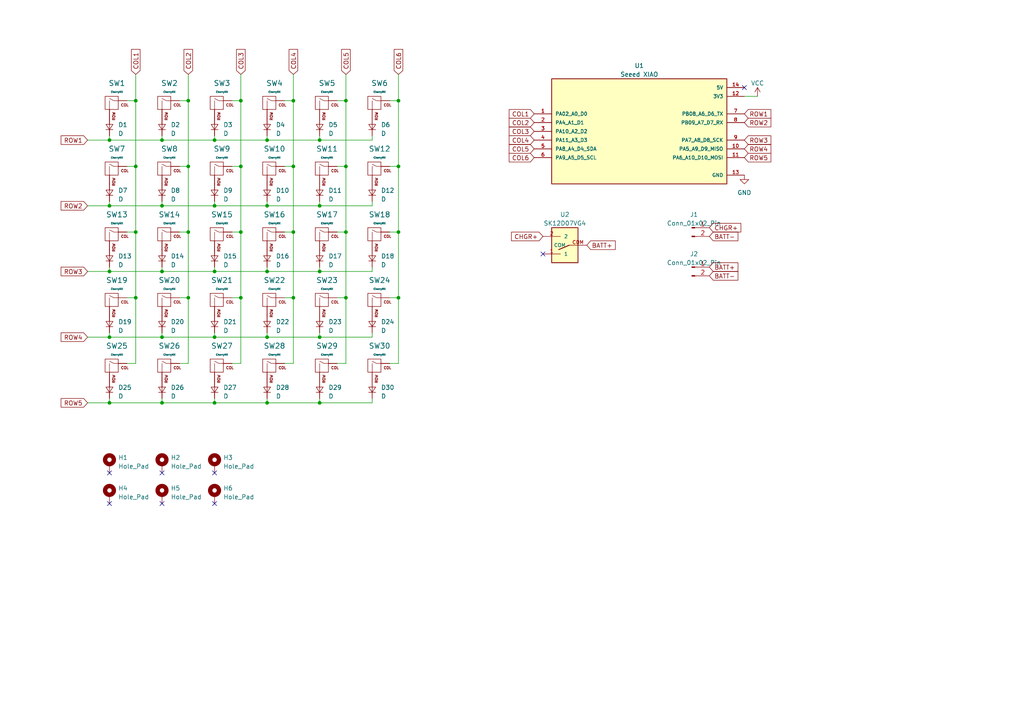
<source format=kicad_sch>
(kicad_sch (version 20230121) (generator eeschema)
  (paper "A4")
  (lib_symbols
    (symbol "Connector:Conn_01x02_Pin" (pin_names (offset 1.016) hide)
      (property "Reference" "J" (at 0 2.54 0))
      (property "Value" "Conn_01x02_Pin" (at 0 -5.08 0))
      (symbol "Conn_01x02_Pin_1_1"
        (polyline (pts (xy 1.27 -2.54) (xy 0.8636 -2.54)) (stroke (width 0.1524)))
        (polyline (pts (xy 1.27 0) (xy 0.8636 0)) (stroke (width 0.1524)))
        (rectangle (start 0.8636 -2.413) (end 0 -2.667) (stroke (width 0.1524)) (fill (type outline)))
        (rectangle (start 0.8636 0.127) (end 0 -0.127) (stroke (width 0.1524)) (fill (type outline)))
        (pin passive line (at 5.08 0 180) (length 3.81) (name "Pin_1") (number "1"))
        (pin passive line (at 5.08 -2.54 180) (length 3.81) (name "Pin_2") (number "2"))
      )
    )
    (symbol "power:GND" (power) (pin_names (offset 0))
      (property "Value" "GND" (at 0 -3.81 0))
      (symbol "GND_0_1"
        (polyline (pts (xy 0 0) (xy 0 -1.27) (xy 1.27 -1.27) (xy 0 -2.54) (xy -1.27 -1.27) (xy 0 -1.27)))
      )
      (symbol "GND_1_1"
        (pin power_in line (at 0 0 270) (length 0) hide (name "GND") (number "1"))
      )
    )
    (symbol "power:VCC" (power) (pin_names (offset 0))
      (property "Value" "VCC" (at 0 3.81 0))
      (symbol "VCC_0_1"
        (polyline (pts (xy -0.762 1.27) (xy 0 2.54)))
        (polyline (pts (xy 0 0) (xy 0 2.54)))
        (polyline (pts (xy 0 2.54) (xy 0.762 1.27)))
      )
      (symbol "VCC_1_1"
        (pin power_in line (at 0 0 90) (length 0) hide (name "VCC") (number "1"))
      )
    )
    (symbol "xiao_256:D" (pin_numbers hide) (pin_names (offset 0.254) hide)
      (property "Reference" "D" (at -1.27 2.032 0))
      (property "Value" "D" (at -1.27 -2.032 0))
      (symbol "D_0_1"
        (polyline (pts (xy -0.762 -1.016) (xy -0.762 1.016)))
        (polyline (pts (xy -0.762 0) (xy 0.762 0)))
        (polyline (pts (xy 0.762 -1.016) (xy -0.762 0) (xy 0.762 1.016) (xy 0.762 -1.016)))
      )
      (symbol "D_1_1"
        (pin passive line (at -2.54 0 0) (length 1.778) (name "K") (number "1"))
        (pin passive line (at 2.54 0 180) (length 1.778) (name "A") (number "2"))
      )
    )
    (symbol "xiao_256:GateronLP" (pin_names (offset 1.016))
      (property "Reference" "SW1" (at 0.8856 6.35 0))
      (property "Value" "GateronLP" (at 0.8856 5.08 0))
      (symbol "GateronLP_0_0"
        (rectangle (start -2.54 2.54) (end 1.27 -1.27))
        (polyline (pts (xy -1.27 -1.27) (xy -1.27 1.27)) (stroke (width 0.127)))
        (polyline (pts (xy 1.27 1.27) (xy 0 1.27) (xy -1.27 1.905)) (stroke (width 0.127)))
        (text "COL" (at 3.175 0 0) (effects (font (size 0.762 0.762))))
        (text "ROW" (at 0 -1.905 900) (effects (font (size 0.762 0.762)) (justify right)))
      )
      (symbol "GateronLP_1_1"
        (pin passive line (at 3.81 1.27 180) (length 2.54) (name "COL") (number "1"))
        (pin passive line (at -1.27 -3.81 90) (length 2.54) (name "ROW") (number "2"))
      )
    )
    (symbol "xiao_256:Hole_Pad" (pin_numbers hide) (pin_names (offset 1.016) hide)
      (property "Reference" "H" (at 0 6.35 0))
      (property "Value" "Hole_Pad" (at 0 4.445 0))
      (symbol "Hole_Pad_0_1"
        (circle (center 0 1.27) (radius 1.27) (stroke (width 1.27)))
      )
      (symbol "Hole_Pad_1_1"
        (pin input line (at 0 -2.54 90) (length 2.54) (name "1") (number "1"))
      )
    )
    (symbol "xiao_256:SK12D07VG4" (pin_names (offset 1.016))
      (property "Reference" "U" (at 0 0 0))
      (property "Value" "SK12D07VG4" (at 0 0 0))
      (symbol "SK12D07VG4_0_0"
        (rectangle (start -5.08 -2.54) (end 5.08 5.08) (stroke (width 0.254)) (fill (type background)))
        (polyline (pts (xy 0 0) (xy -1.27 3.048)) (stroke (width 0.254)))
        (pin bidirectional line (at -2.54 7.62 270) (length 5.08) (name "1") (number "1"))
        (pin bidirectional line (at 2.54 7.62 270) (length 5.08) (name "2") (number "2"))
        (pin bidirectional line (at 0 -5.08 90) (length 5.08) (name "COM") (number "COM"))
      )
    )
    (symbol "xiao_256:Seeed XIAO" (pin_names (offset 1.016))
      (property "Reference" "U" (at -25.4 16.002 0))
      (property "Value" "Seeed XIAO" (at -25.4 -17.78 0))
      (symbol "Seeed XIAO_0_0"
        (rectangle (start -25.4 15.24) (end 25.4 -15.24) (stroke (width 0.254)) (fill (type background)))
        (pin bidirectional line (at -30.48 5.08 0) (length 5.08) (name "PA02_A0_D0") (number "1"))
        (pin bidirectional line (at 30.48 -5.08 180) (length 5.08) (name "PA5_A9_D9_MISO") (number "10"))
        (pin bidirectional line (at 30.48 -7.62 180) (length 5.08) (name "PA6_A10_D10_MOSI") (number "11"))
        (pin power_in line (at 30.48 10.16 180) (length 5.08) (name "3V3") (number "12"))
        (pin power_in line (at 30.48 -12.7 180) (length 5.08) (name "GND") (number "13"))
        (pin power_in line (at 30.48 12.7 180) (length 5.08) (name "5V") (number "14"))
        (pin bidirectional line (at -30.48 2.54 0) (length 5.08) (name "PA4_A1_D1") (number "2"))
        (pin bidirectional line (at -30.48 0 0) (length 5.08) (name "PA10_A2_D2") (number "3"))
        (pin bidirectional line (at -30.48 -2.54 0) (length 5.08) (name "PA11_A3_D3") (number "4"))
        (pin bidirectional line (at -30.48 -5.08 0) (length 5.08) (name "PA8_A4_D4_SDA") (number "5"))
        (pin bidirectional line (at -30.48 -7.62 0) (length 5.08) (name "PA9_A5_D5_SCL") (number "6"))
        (pin bidirectional line (at 30.48 5.08 180) (length 5.08) (name "PB08_A6_D6_TX") (number "7"))
        (pin bidirectional line (at 30.48 2.54 180) (length 5.08) (name "PB09_A7_D7_RX") (number "8"))
        (pin bidirectional line (at 30.48 -2.54 180) (length 5.08) (name "PA7_A8_D8_SCK") (number "9"))
      )
    )
  )
  (junction (at 46.99 40.64))
  (junction (at 115.57 86.36))
  (junction (at 54.61 67.31))
  (junction (at 54.61 29.21))
  (junction (at 31.75 97.79))
  (junction (at 92.71 40.64))
  (junction (at 77.47 78.74))
  (junction (at 39.37 48.26))
  (junction (at 69.85 29.21))
  (junction (at 85.09 67.31))
  (junction (at 46.99 78.74))
  (junction (at 62.23 78.74))
  (junction (at 77.47 59.69))
  (junction (at 39.37 86.36))
  (junction (at 85.09 29.21))
  (junction (at 62.23 116.84))
  (junction (at 92.71 116.84))
  (junction (at 100.33 67.31))
  (junction (at 115.57 29.21))
  (junction (at 77.47 97.79))
  (junction (at 77.47 116.84))
  (junction (at 77.47 40.64))
  (junction (at 31.75 116.84))
  (junction (at 92.71 78.74))
  (junction (at 31.75 40.64))
  (junction (at 69.85 86.36))
  (junction (at 92.71 59.69))
  (junction (at 54.61 48.26))
  (junction (at 85.09 48.26))
  (junction (at 46.99 97.79))
  (junction (at 92.71 97.79))
  (junction (at 39.37 29.21))
  (junction (at 46.99 59.69))
  (junction (at 54.61 86.36))
  (junction (at 69.85 67.31))
  (junction (at 62.23 97.79))
  (junction (at 115.57 67.31))
  (junction (at 115.57 48.26))
  (junction (at 100.33 86.36))
  (junction (at 31.75 59.69))
  (junction (at 31.75 78.74))
  (junction (at 85.09 86.36))
  (junction (at 69.85 48.26))
  (junction (at 100.33 29.21))
  (junction (at 62.23 59.69))
  (junction (at 39.37 67.31))
  (junction (at 100.33 48.26))
  (junction (at 62.23 40.64))
  (junction (at 46.99 116.84))
  (no_connect (at 157.48 73.66))
  (no_connect (at 31.75 146.05))
  (no_connect (at 62.23 146.05))
  (no_connect (at 215.9 25.4))
  (no_connect (at 46.99 146.05))
  (no_connect (at 46.99 137.16))
  (no_connect (at 62.23 137.16))
  (no_connect (at 31.75 137.16))
  (wire (pts (xy 215.9 27.94) (xy 219.71 27.94)))
  (wire (pts (xy 31.75 40.64) (xy 31.75 39.37)))
  (wire (pts (xy 31.75 59.69) (xy 31.75 58.42)))
  (wire (pts (xy 46.99 59.69) (xy 46.99 58.42)))
  (wire (pts (xy 62.23 97.79) (xy 62.23 96.52)))
  (wire (pts (xy 115.57 105.41) (xy 113.03 105.41)))
  (wire (pts (xy 62.23 59.69) (xy 62.23 58.42)))
  (wire (pts (xy 77.47 78.74) (xy 77.47 77.47)))
  (wire (pts (xy 115.57 48.26) (xy 113.03 48.26)))
  (wire (pts (xy 62.23 59.69) (xy 77.47 59.69)))
  (wire (pts (xy 62.23 40.64) (xy 62.23 39.37)))
  (wire (pts (xy 62.23 78.74) (xy 77.47 78.74)))
  (wire (pts (xy 100.33 105.41) (xy 97.79 105.41)))
  (wire (pts (xy 85.09 67.31) (xy 85.09 86.36)))
  (wire (pts (xy 46.99 78.74) (xy 62.23 78.74)))
  (wire (pts (xy 85.09 86.36) (xy 85.09 105.41)))
  (wire (pts (xy 107.95 78.74) (xy 107.95 77.47)))
  (wire (pts (xy 46.99 59.69) (xy 62.23 59.69)))
  (wire (pts (xy 92.71 97.79) (xy 92.71 96.52)))
  (wire (pts (xy 69.85 105.41) (xy 67.31 105.41)))
  (wire (pts (xy 39.37 86.36) (xy 36.83 86.36)))
  (wire (pts (xy 77.47 59.69) (xy 77.47 58.42)))
  (wire (pts (xy 62.23 97.79) (xy 77.47 97.79)))
  (wire (pts (xy 69.85 48.26) (xy 67.31 48.26)))
  (wire (pts (xy 100.33 86.36) (xy 100.33 105.41)))
  (wire (pts (xy 107.95 59.69) (xy 107.95 58.42)))
  (wire (pts (xy 46.99 40.64) (xy 62.23 40.64)))
  (wire (pts (xy 85.09 48.26) (xy 85.09 67.31)))
  (wire (pts (xy 92.71 78.74) (xy 107.95 78.74)))
  (wire (pts (xy 92.71 78.74) (xy 92.71 77.47)))
  (wire (pts (xy 54.61 86.36) (xy 52.07 86.36)))
  (wire (pts (xy 77.47 116.84) (xy 77.47 115.57)))
  (wire (pts (xy 77.47 59.69) (xy 92.71 59.69)))
  (wire (pts (xy 39.37 48.26) (xy 36.83 48.26)))
  (wire (pts (xy 115.57 21.59) (xy 115.57 29.21)))
  (wire (pts (xy 92.71 40.64) (xy 107.95 40.64)))
  (wire (pts (xy 39.37 29.21) (xy 36.83 29.21)))
  (wire (pts (xy 25.4 97.79) (xy 31.75 97.79)))
  (wire (pts (xy 115.57 86.36) (xy 113.03 86.36)))
  (wire (pts (xy 100.33 86.36) (xy 97.79 86.36)))
  (wire (pts (xy 107.95 40.64) (xy 107.95 39.37)))
  (wire (pts (xy 39.37 21.59) (xy 39.37 29.21)))
  (wire (pts (xy 77.47 78.74) (xy 92.71 78.74)))
  (wire (pts (xy 77.47 40.64) (xy 77.47 39.37)))
  (wire (pts (xy 107.95 116.84) (xy 107.95 115.57)))
  (wire (pts (xy 62.23 40.64) (xy 77.47 40.64)))
  (wire (pts (xy 69.85 48.26) (xy 69.85 67.31)))
  (wire (pts (xy 31.75 97.79) (xy 31.75 96.52)))
  (wire (pts (xy 115.57 86.36) (xy 115.57 105.41)))
  (wire (pts (xy 115.57 67.31) (xy 115.57 86.36)))
  (wire (pts (xy 100.33 67.31) (xy 100.33 86.36)))
  (wire (pts (xy 31.75 40.64) (xy 46.99 40.64)))
  (wire (pts (xy 69.85 67.31) (xy 67.31 67.31)))
  (wire (pts (xy 31.75 116.84) (xy 31.75 115.57)))
  (wire (pts (xy 54.61 21.59) (xy 54.61 29.21)))
  (wire (pts (xy 54.61 86.36) (xy 54.61 105.41)))
  (wire (pts (xy 85.09 21.59) (xy 85.09 29.21)))
  (wire (pts (xy 69.85 21.59) (xy 69.85 29.21)))
  (wire (pts (xy 31.75 78.74) (xy 31.75 77.47)))
  (wire (pts (xy 100.33 29.21) (xy 100.33 48.26)))
  (wire (pts (xy 92.71 116.84) (xy 92.71 115.57)))
  (wire (pts (xy 69.85 29.21) (xy 67.31 29.21)))
  (wire (pts (xy 54.61 48.26) (xy 52.07 48.26)))
  (wire (pts (xy 85.09 29.21) (xy 85.09 48.26)))
  (wire (pts (xy 46.99 97.79) (xy 46.99 96.52)))
  (wire (pts (xy 77.47 97.79) (xy 77.47 96.52)))
  (wire (pts (xy 54.61 67.31) (xy 52.07 67.31)))
  (wire (pts (xy 69.85 67.31) (xy 69.85 86.36)))
  (wire (pts (xy 115.57 29.21) (xy 113.03 29.21)))
  (wire (pts (xy 31.75 116.84) (xy 46.99 116.84)))
  (wire (pts (xy 92.71 116.84) (xy 107.95 116.84)))
  (wire (pts (xy 46.99 116.84) (xy 62.23 116.84)))
  (wire (pts (xy 92.71 59.69) (xy 107.95 59.69)))
  (wire (pts (xy 62.23 78.74) (xy 62.23 77.47)))
  (wire (pts (xy 54.61 29.21) (xy 52.07 29.21)))
  (wire (pts (xy 31.75 78.74) (xy 46.99 78.74)))
  (wire (pts (xy 100.33 67.31) (xy 97.79 67.31)))
  (wire (pts (xy 115.57 29.21) (xy 115.57 48.26)))
  (wire (pts (xy 77.47 97.79) (xy 92.71 97.79)))
  (wire (pts (xy 31.75 59.69) (xy 46.99 59.69)))
  (wire (pts (xy 25.4 40.64) (xy 31.75 40.64)))
  (wire (pts (xy 92.71 97.79) (xy 107.95 97.79)))
  (wire (pts (xy 115.57 67.31) (xy 113.03 67.31)))
  (wire (pts (xy 54.61 105.41) (xy 52.07 105.41)))
  (wire (pts (xy 54.61 48.26) (xy 54.61 67.31)))
  (wire (pts (xy 25.4 78.74) (xy 31.75 78.74)))
  (wire (pts (xy 92.71 59.69) (xy 92.71 58.42)))
  (wire (pts (xy 100.33 48.26) (xy 97.79 48.26)))
  (wire (pts (xy 69.85 86.36) (xy 67.31 86.36)))
  (wire (pts (xy 115.57 48.26) (xy 115.57 67.31)))
  (wire (pts (xy 39.37 86.36) (xy 39.37 105.41)))
  (wire (pts (xy 25.4 116.84) (xy 31.75 116.84)))
  (wire (pts (xy 107.95 97.79) (xy 107.95 96.52)))
  (wire (pts (xy 39.37 29.21) (xy 39.37 48.26)))
  (wire (pts (xy 39.37 105.41) (xy 36.83 105.41)))
  (wire (pts (xy 69.85 29.21) (xy 69.85 48.26)))
  (wire (pts (xy 100.33 48.26) (xy 100.33 67.31)))
  (wire (pts (xy 54.61 29.21) (xy 54.61 48.26)))
  (wire (pts (xy 77.47 40.64) (xy 92.71 40.64)))
  (wire (pts (xy 39.37 67.31) (xy 36.83 67.31)))
  (wire (pts (xy 85.09 67.31) (xy 82.55 67.31)))
  (wire (pts (xy 46.99 78.74) (xy 46.99 77.47)))
  (wire (pts (xy 100.33 29.21) (xy 97.79 29.21)))
  (wire (pts (xy 92.71 40.64) (xy 92.71 39.37)))
  (wire (pts (xy 39.37 67.31) (xy 39.37 86.36)))
  (wire (pts (xy 46.99 116.84) (xy 46.99 115.57)))
  (wire (pts (xy 39.37 48.26) (xy 39.37 67.31)))
  (wire (pts (xy 46.99 97.79) (xy 62.23 97.79)))
  (wire (pts (xy 85.09 86.36) (xy 82.55 86.36)))
  (wire (pts (xy 69.85 86.36) (xy 69.85 105.41)))
  (wire (pts (xy 62.23 116.84) (xy 77.47 116.84)))
  (wire (pts (xy 54.61 67.31) (xy 54.61 86.36)))
  (wire (pts (xy 85.09 105.41) (xy 82.55 105.41)))
  (wire (pts (xy 77.47 116.84) (xy 92.71 116.84)))
  (wire (pts (xy 25.4 59.69) (xy 31.75 59.69)))
  (wire (pts (xy 46.99 40.64) (xy 46.99 39.37)))
  (wire (pts (xy 85.09 48.26) (xy 82.55 48.26)))
  (wire (pts (xy 31.75 97.79) (xy 46.99 97.79)))
  (wire (pts (xy 62.23 116.84) (xy 62.23 115.57)))
  (wire (pts (xy 85.09 29.21) (xy 82.55 29.21)))
  (wire (pts (xy 100.33 21.59) (xy 100.33 29.21)))
  (global_label "COL1" (shape input) (at 39.37 21.59 90) (property "Intersheetrefs" "${INTERSHEET_REFS}" (effects hide)))
  (global_label "COL5" (shape input) (at 154.94 43.18 180) (property "Intersheetrefs" "${INTERSHEET_REFS}" (effects hide)))
  (global_label "BATT-" (shape input) (at 205.74 80.01 0) (property "Intersheetrefs" "${INTERSHEET_REFS}" (effects hide)))
  (global_label "BATT-" (shape input) (at 205.74 68.58 0) (property "Intersheetrefs" "${INTERSHEET_REFS}" (effects hide)))
  (global_label "ROW2" (shape input) (at 25.4 59.69 180) (property "Intersheetrefs" "${INTERSHEET_REFS}" (effects hide)))
  (global_label "BATT+" (shape input) (at 170.18 71.12 0) (property "Intersheetrefs" "${INTERSHEET_REFS}" (effects hide)))
  (global_label "ROW1" (shape input) (at 215.9 33.02 0) (property "Intersheetrefs" "${INTERSHEET_REFS}" (effects hide)))
  (global_label "ROW3" (shape input) (at 25.4 78.74 180) (property "Intersheetrefs" "${INTERSHEET_REFS}" (effects hide)))
  (global_label "COL4" (shape input) (at 85.09 21.59 90) (property "Intersheetrefs" "${INTERSHEET_REFS}" (effects hide)))
  (global_label "COL6" (shape input) (at 154.94 45.72 180) (property "Intersheetrefs" "${INTERSHEET_REFS}" (effects hide)))
  (global_label "ROW5" (shape input) (at 25.4 116.84 180) (property "Intersheetrefs" "${INTERSHEET_REFS}" (effects hide)))
  (global_label "COL5" (shape input) (at 100.33 21.59 90) (property "Intersheetrefs" "${INTERSHEET_REFS}" (effects hide)))
  (global_label "ROW4" (shape input) (at 215.9 43.18 0) (property "Intersheetrefs" "${INTERSHEET_REFS}" (effects hide)))
  (global_label "COL4" (shape input) (at 154.94 40.64 180) (property "Intersheetrefs" "${INTERSHEET_REFS}" (effects hide)))
  (global_label "BATT+" (shape input) (at 205.74 77.47 0) (property "Intersheetrefs" "${INTERSHEET_REFS}" (effects hide)))
  (global_label "COL3" (shape input) (at 154.94 38.1 180) (property "Intersheetrefs" "${INTERSHEET_REFS}" (effects hide)))
  (global_label "ROW2" (shape input) (at 215.9 35.56 0) (property "Intersheetrefs" "${INTERSHEET_REFS}" (effects hide)))
  (global_label "CHGR+" (shape input) (at 205.74 66.04 0) (property "Intersheetrefs" "${INTERSHEET_REFS}" (effects hide)))
  (global_label "COL1" (shape input) (at 154.94 33.02 180) (property "Intersheetrefs" "${INTERSHEET_REFS}" (effects hide)))
  (global_label "ROW3" (shape input) (at 215.9 40.64 0) (property "Intersheetrefs" "${INTERSHEET_REFS}" (effects hide)))
  (global_label "ROW4" (shape input) (at 25.4 97.79 180) (property "Intersheetrefs" "${INTERSHEET_REFS}" (effects hide)))
  (global_label "ROW1" (shape input) (at 25.4 40.64 180) (property "Intersheetrefs" "${INTERSHEET_REFS}" (effects hide)))
  (global_label "ROW5" (shape input) (at 215.9 45.72 0) (property "Intersheetrefs" "${INTERSHEET_REFS}" (effects hide)))
  (global_label "COL2" (shape input) (at 54.61 21.59 90) (property "Intersheetrefs" "${INTERSHEET_REFS}" (effects hide)))
  (global_label "COL3" (shape input) (at 69.85 21.59 90) (property "Intersheetrefs" "${INTERSHEET_REFS}" (effects hide)))
  (global_label "COL6" (shape input) (at 115.57 21.59 90) (property "Intersheetrefs" "${INTERSHEET_REFS}" (effects hide)))
  (global_label "COL2" (shape input) (at 154.94 35.56 180) (property "Intersheetrefs" "${INTERSHEET_REFS}" (effects hide)))
  (global_label "CHGR+" (shape input) (at 157.48 68.58 180) (property "Intersheetrefs" "${INTERSHEET_REFS}" (effects hide)))
  (symbol (lib_id "xiao_256:GateronLP") (at 78.74 106.68 0) (unit 1)
    (property "Reference" "SW28" (at 79.6232 100.33 0) (effects (font (size 1.524 1.524))))
    (property "Value" "CherryMX" (at 79.6232 102.87 0) (effects (font (size 0.508 0.508))))
    (property "Footprint" "xiao_256:SW_MX_reversible" (effects hide))
  )
  (symbol (lib_id "xiao_256:D") (at 46.99 55.88 90) (unit 1)
    (property "Reference" "D8" (at 49.53 55.245 90) (effects (justify right)))
    (property "Value" "D" (at 49.53 57.785 90) (effects (justify right)))
    (property "Footprint" "xiao_256:D_DO-35_SOD27_P7.62mm_Horizontal" (effects hide))
  )
  (symbol (lib_id "xiao_256:D") (at 107.95 55.88 90) (unit 1)
    (property "Reference" "D12" (at 110.49 55.245 90) (effects (justify right)))
    (property "Value" "D" (at 110.49 57.785 90) (effects (justify right)))
    (property "Footprint" "xiao_256:D_DO-35_SOD27_P7.62mm_Horizontal" (effects hide))
  )
  (symbol (lib_id "xiao_256:D") (at 62.23 113.03 90) (unit 1)
    (property "Reference" "D27" (at 64.77 112.395 90) (effects (justify right)))
    (property "Value" "D" (at 64.77 114.935 90) (effects (justify right)))
    (property "Footprint" "xiao_256:D_DO-35_SOD27_P7.62mm_Horizontal" (effects hide))
  )
  (symbol (lib_id "xiao_256:GateronLP") (at 78.74 87.63 0) (unit 1)
    (property "Reference" "SW22" (at 79.6232 81.28 0) (effects (font (size 1.524 1.524))))
    (property "Value" "CherryMX" (at 79.6232 83.82 0) (effects (font (size 0.508 0.508))))
    (property "Footprint" "xiao_256:SW_MX_reversible" (effects hide))
  )
  (symbol (lib_id "xiao_256:D") (at 46.99 36.83 90) (unit 1)
    (property "Reference" "D2" (at 49.53 36.195 90) (effects (justify right)))
    (property "Value" "D" (at 49.53 38.735 90) (effects (justify right)))
    (property "Footprint" "xiao_256:D_DO-35_SOD27_P7.62mm_Horizontal" (effects hide))
  )
  (symbol (lib_id "xiao_256:GateronLP") (at 33.02 30.48 0) (unit 1)
    (property "Reference" "SW1" (at 33.9032 24.13 0) (effects (font (size 1.524 1.524))))
    (property "Value" "CherryMX" (at 33.9032 26.67 0) (effects (font (size 0.508 0.508))))
    (property "Footprint" "xiao_256:SW_MX_reversible" (effects hide))
  )
  (symbol (lib_id "xiao_256:GateronLP") (at 33.02 68.58 0) (unit 1)
    (property "Reference" "SW13" (at 33.9032 62.23 0) (effects (font (size 1.524 1.524))))
    (property "Value" "CherryMX" (at 33.9032 64.77 0) (effects (font (size 0.508 0.508))))
    (property "Footprint" "xiao_256:SW_MX_reversible" (effects hide))
  )
  (symbol (lib_id "xiao_256:GateronLP") (at 48.26 68.58 0) (unit 1)
    (property "Reference" "SW14" (at 49.1432 62.23 0) (effects (font (size 1.524 1.524))))
    (property "Value" "CherryMX" (at 49.1432 64.77 0) (effects (font (size 0.508 0.508))))
    (property "Footprint" "xiao_256:SW_MX_reversible" (effects hide))
  )
  (symbol (lib_id "xiao_256:D") (at 92.71 113.03 90) (unit 1)
    (property "Reference" "D29" (at 95.25 112.395 90) (effects (justify right)))
    (property "Value" "D" (at 95.25 114.935 90) (effects (justify right)))
    (property "Footprint" "xiao_256:D_DO-35_SOD27_P7.62mm_Horizontal" (effects hide))
  )
  (symbol (lib_id "xiao_256:D") (at 92.71 93.98 90) (unit 1)
    (property "Reference" "D23" (at 95.25 93.345 90) (effects (justify right)))
    (property "Value" "D" (at 95.25 95.885 90) (effects (justify right)))
    (property "Footprint" "xiao_256:D_DO-35_SOD27_P7.62mm_Horizontal" (effects hide))
  )
  (symbol (lib_id "xiao_256:GateronLP") (at 63.5 68.58 0) (unit 1)
    (property "Reference" "SW15" (at 64.3832 62.23 0) (effects (font (size 1.524 1.524))))
    (property "Value" "CherryMX" (at 64.3832 64.77 0) (effects (font (size 0.508 0.508))))
    (property "Footprint" "xiao_256:SW_MX_reversible" (effects hide))
  )
  (symbol (lib_id "xiao_256:D") (at 46.99 74.93 90) (unit 1)
    (property "Reference" "D14" (at 49.53 74.295 90) (effects (justify right)))
    (property "Value" "D" (at 49.53 76.835 90) (effects (justify right)))
    (property "Footprint" "xiao_256:D_DO-35_SOD27_P7.62mm_Horizontal" (effects hide))
  )
  (symbol (lib_id "xiao_256:GateronLP") (at 109.22 49.53 0) (unit 1)
    (property "Reference" "SW12" (at 110.1032 43.18 0) (effects (font (size 1.524 1.524))))
    (property "Value" "CherryMX" (at 110.1032 45.72 0) (effects (font (size 0.508 0.508))))
    (property "Footprint" "xiao_256:SW_MX_reversible" (effects hide))
  )
  (symbol (lib_id "xiao_256:D") (at 46.99 93.98 90) (unit 1)
    (property "Reference" "D20" (at 49.53 93.345 90) (effects (justify right)))
    (property "Value" "D" (at 49.53 95.885 90) (effects (justify right)))
    (property "Footprint" "xiao_256:D_DO-35_SOD27_P7.62mm_Horizontal" (effects hide))
  )
  (symbol (lib_id "xiao_256:SK12D07VG4") (at 165.1 71.12 90) (unit 1)
    (property "Reference" "U2" (at 163.83 62.23 90))
    (property "Value" "SK12D07VG4" (at 163.83 64.77 90))
    (property "Footprint" "xiao_256:SK12D07VG4" (effects hide))
  )
  (symbol (lib_id "xiao_256:D") (at 31.75 36.83 90) (unit 1)
    (property "Reference" "D1" (at 34.29 36.195 90) (effects (justify right)))
    (property "Value" "D" (at 34.29 38.735 90) (effects (justify right)))
    (property "Footprint" "xiao_256:D_DO-35_SOD27_P7.62mm_Horizontal" (effects hide))
  )
  (symbol (lib_id "xiao_256:D") (at 92.71 74.93 90) (unit 1)
    (property "Reference" "D17" (at 95.25 74.295 90) (effects (justify right)))
    (property "Value" "D" (at 95.25 76.835 90) (effects (justify right)))
    (property "Footprint" "xiao_256:D_DO-35_SOD27_P7.62mm_Horizontal" (effects hide))
  )
  (symbol (lib_id "xiao_256:D") (at 62.23 55.88 90) (unit 1)
    (property "Reference" "D9" (at 64.77 55.245 90) (effects (justify right)))
    (property "Value" "D" (at 64.77 57.785 90) (effects (justify right)))
    (property "Footprint" "xiao_256:D_DO-35_SOD27_P7.62mm_Horizontal" (effects hide))
  )
  (symbol (lib_id "xiao_256:GateronLP") (at 33.02 106.68 0) (unit 1)
    (property "Reference" "SW25" (at 33.9032 100.33 0) (effects (font (size 1.524 1.524))))
    (property "Value" "CherryMX" (at 33.9032 102.87 0) (effects (font (size 0.508 0.508))))
    (property "Footprint" "xiao_256:SW_MX_reversible" (effects hide))
  )
  (symbol (lib_id "xiao_256:Hole_Pad") (at 46.99 143.51 0) (unit 1)
    (property "Reference" "H5" (at 49.53 141.605 0) (effects (justify left)))
    (property "Value" "Hole_Pad" (at 49.53 144.145 0) (effects (justify left)))
    (property "Footprint" "xiao_256:Mount_M2" (effects hide))
  )
  (symbol (lib_id "xiao_256:D") (at 62.23 93.98 90) (unit 1)
    (property "Reference" "D21" (at 64.77 93.345 90) (effects (justify right)))
    (property "Value" "D" (at 64.77 95.885 90) (effects (justify right)))
    (property "Footprint" "xiao_256:D_DO-35_SOD27_P7.62mm_Horizontal" (effects hide))
  )
  (symbol (lib_id "power:GND") (at 215.9 50.8 0) (unit 1)
    (property "Reference" "#PWR01" (effects hide))
    (property "Value" "GND" (at 215.9 55.88 0))
  )
  (symbol (lib_id "xiao_256:D") (at 62.23 74.93 90) (unit 1)
    (property "Reference" "D15" (at 64.77 74.295 90) (effects (justify right)))
    (property "Value" "D" (at 64.77 76.835 90) (effects (justify right)))
    (property "Footprint" "xiao_256:D_DO-35_SOD27_P7.62mm_Horizontal" (effects hide))
  )
  (symbol (lib_id "xiao_256:GateronLP") (at 109.22 87.63 0) (unit 1)
    (property "Reference" "SW24" (at 110.1032 81.28 0) (effects (font (size 1.524 1.524))))
    (property "Value" "CherryMX" (at 110.1032 83.82 0) (effects (font (size 0.508 0.508))))
    (property "Footprint" "xiao_256:SW_MX_reversible" (effects hide))
  )
  (symbol (lib_id "xiao_256:GateronLP") (at 109.22 68.58 0) (unit 1)
    (property "Reference" "SW18" (at 110.1032 62.23 0) (effects (font (size 1.524 1.524))))
    (property "Value" "CherryMX" (at 110.1032 64.77 0) (effects (font (size 0.508 0.508))))
    (property "Footprint" "xiao_256:SW_MX_reversible" (effects hide))
  )
  (symbol (lib_id "Connector:Conn_01x02_Pin") (at 200.66 77.47 0) (unit 1)
    (property "Reference" "J2" (at 201.295 73.66 0))
    (property "Value" "Conn_01x02_Pin" (at 201.295 76.2 0))
    (property "Footprint" "xiao_256:PinHeader_1x02_P2.54mm_Vertical" (effects hide))
  )
  (symbol (lib_id "xiao_256:D") (at 46.99 113.03 90) (unit 1)
    (property "Reference" "D26" (at 49.53 112.395 90) (effects (justify right)))
    (property "Value" "D" (at 49.53 114.935 90) (effects (justify right)))
    (property "Footprint" "xiao_256:D_DO-35_SOD27_P7.62mm_Horizontal" (effects hide))
  )
  (symbol (lib_id "Connector:Conn_01x02_Pin") (at 200.66 66.04 0) (unit 1)
    (property "Reference" "J1" (at 201.295 62.23 0))
    (property "Value" "Conn_01x02_Pin" (at 201.295 64.77 0))
    (property "Footprint" "xiao_256:PinHeader_1x02_P2.54mm_Vertical" (effects hide))
  )
  (symbol (lib_id "xiao_256:GateronLP") (at 93.98 87.63 0) (unit 1)
    (property "Reference" "SW23" (at 94.8632 81.28 0) (effects (font (size 1.524 1.524))))
    (property "Value" "CherryMX" (at 94.8632 83.82 0) (effects (font (size 0.508 0.508))))
    (property "Footprint" "xiao_256:SW_MX_reversible" (effects hide))
  )
  (symbol (lib_id "xiao_256:D") (at 77.47 93.98 90) (unit 1)
    (property "Reference" "D22" (at 80.01 93.345 90) (effects (justify right)))
    (property "Value" "D" (at 80.01 95.885 90) (effects (justify right)))
    (property "Footprint" "xiao_256:D_DO-35_SOD27_P7.62mm_Horizontal" (effects hide))
  )
  (symbol (lib_id "xiao_256:GateronLP") (at 93.98 68.58 0) (unit 1)
    (property "Reference" "SW17" (at 94.8632 62.23 0) (effects (font (size 1.524 1.524))))
    (property "Value" "CherryMX" (at 94.8632 64.77 0) (effects (font (size 0.508 0.508))))
    (property "Footprint" "xiao_256:SW_MX_reversible" (effects hide))
  )
  (symbol (lib_id "xiao_256:D") (at 77.47 36.83 90) (unit 1)
    (property "Reference" "D4" (at 80.01 36.195 90) (effects (justify right)))
    (property "Value" "D" (at 80.01 38.735 90) (effects (justify right)))
    (property "Footprint" "xiao_256:D_DO-35_SOD27_P7.62mm_Horizontal" (effects hide))
  )
  (symbol (lib_id "xiao_256:GateronLP") (at 78.74 49.53 0) (unit 1)
    (property "Reference" "SW10" (at 79.6232 43.18 0) (effects (font (size 1.524 1.524))))
    (property "Value" "CherryMX" (at 79.6232 45.72 0) (effects (font (size 0.508 0.508))))
    (property "Footprint" "xiao_256:SW_MX_reversible" (effects hide))
  )
  (symbol (lib_id "xiao_256:GateronLP") (at 109.22 106.68 0) (unit 1)
    (property "Reference" "SW30" (at 110.1032 100.33 0) (effects (font (size 1.524 1.524))))
    (property "Value" "CherryMX" (at 110.1032 102.87 0) (effects (font (size 0.508 0.508))))
    (property "Footprint" "xiao_256:SW_MX_reversible" (effects hide))
  )
  (symbol (lib_id "xiao_256:GateronLP") (at 48.26 30.48 0) (unit 1)
    (property "Reference" "SW2" (at 49.1432 24.13 0) (effects (font (size 1.524 1.524))))
    (property "Value" "CherryMX" (at 49.1432 26.67 0) (effects (font (size 0.508 0.508))))
    (property "Footprint" "xiao_256:SW_MX_reversible" (effects hide))
  )
  (symbol (lib_id "xiao_256:Hole_Pad") (at 31.75 143.51 0) (unit 1)
    (property "Reference" "H4" (at 34.29 141.605 0) (effects (justify left)))
    (property "Value" "Hole_Pad" (at 34.29 144.145 0) (effects (justify left)))
    (property "Footprint" "xiao_256:Mount_M2" (effects hide))
  )
  (symbol (lib_id "xiao_256:D") (at 31.75 93.98 90) (unit 1)
    (property "Reference" "D19" (at 34.29 93.345 90) (effects (justify right)))
    (property "Value" "D" (at 34.29 95.885 90) (effects (justify right)))
    (property "Footprint" "xiao_256:D_DO-35_SOD27_P7.62mm_Horizontal" (effects hide))
  )
  (symbol (lib_id "xiao_256:GateronLP") (at 78.74 30.48 0) (unit 1)
    (property "Reference" "SW4" (at 79.6232 24.13 0) (effects (font (size 1.524 1.524))))
    (property "Value" "CherryMX" (at 79.6232 26.67 0) (effects (font (size 0.508 0.508))))
    (property "Footprint" "xiao_256:SW_MX_reversible" (effects hide))
  )
  (symbol (lib_id "xiao_256:D") (at 107.95 36.83 90) (unit 1)
    (property "Reference" "D6" (at 110.49 36.195 90) (effects (justify right)))
    (property "Value" "D" (at 110.49 38.735 90) (effects (justify right)))
    (property "Footprint" "xiao_256:D_DO-35_SOD27_P7.62mm_Horizontal" (effects hide))
  )
  (symbol (lib_id "xiao_256:GateronLP") (at 48.26 106.68 0) (unit 1)
    (property "Reference" "SW26" (at 49.1432 100.33 0) (effects (font (size 1.524 1.524))))
    (property "Value" "CherryMX" (at 49.1432 102.87 0) (effects (font (size 0.508 0.508))))
    (property "Footprint" "xiao_256:SW_MX_reversible" (effects hide))
  )
  (symbol (lib_id "xiao_256:D") (at 92.71 55.88 90) (unit 1)
    (property "Reference" "D11" (at 95.25 55.245 90) (effects (justify right)))
    (property "Value" "D" (at 95.25 57.785 90) (effects (justify right)))
    (property "Footprint" "xiao_256:D_DO-35_SOD27_P7.62mm_Horizontal" (effects hide))
  )
  (symbol (lib_id "xiao_256:D") (at 31.75 113.03 90) (unit 1)
    (property "Reference" "D25" (at 34.29 112.395 90) (effects (justify right)))
    (property "Value" "D" (at 34.29 114.935 90) (effects (justify right)))
    (property "Footprint" "xiao_256:D_DO-35_SOD27_P7.62mm_Horizontal" (effects hide))
  )
  (symbol (lib_id "xiao_256:D") (at 77.47 74.93 90) (unit 1)
    (property "Reference" "D16" (at 80.01 74.295 90) (effects (justify right)))
    (property "Value" "D" (at 80.01 76.835 90) (effects (justify right)))
    (property "Footprint" "xiao_256:D_DO-35_SOD27_P7.62mm_Horizontal" (effects hide))
  )
  (symbol (lib_id "xiao_256:D") (at 107.95 113.03 90) (unit 1)
    (property "Reference" "D30" (at 110.49 112.395 90) (effects (justify right)))
    (property "Value" "D" (at 110.49 114.935 90) (effects (justify right)))
    (property "Footprint" "xiao_256:D_DO-35_SOD27_P7.62mm_Horizontal" (effects hide))
  )
  (symbol (lib_id "power:VCC") (at 219.71 27.94 0) (unit 1)
    (property "Reference" "#PWR02" (effects hide))
    (property "Value" "VCC" (at 219.71 24.13 0))
  )
  (symbol (lib_id "xiao_256:GateronLP") (at 48.26 87.63 0) (unit 1)
    (property "Reference" "SW20" (at 49.1432 81.28 0) (effects (font (size 1.524 1.524))))
    (property "Value" "CherryMX" (at 49.1432 83.82 0) (effects (font (size 0.508 0.508))))
    (property "Footprint" "xiao_256:SW_MX_reversible" (effects hide))
  )
  (symbol (lib_id "xiao_256:GateronLP") (at 78.74 68.58 0) (unit 1)
    (property "Reference" "SW16" (at 79.6232 62.23 0) (effects (font (size 1.524 1.524))))
    (property "Value" "CherryMX" (at 79.6232 64.77 0) (effects (font (size 0.508 0.508))))
    (property "Footprint" "xiao_256:SW_MX_reversible" (effects hide))
  )
  (symbol (lib_id "xiao_256:GateronLP") (at 63.5 87.63 0) (unit 1)
    (property "Reference" "SW21" (at 64.3832 81.28 0) (effects (font (size 1.524 1.524))))
    (property "Value" "CherryMX" (at 64.3832 83.82 0) (effects (font (size 0.508 0.508))))
    (property "Footprint" "xiao_256:SW_MX_reversible" (effects hide))
  )
  (symbol (lib_id "xiao_256:D") (at 107.95 74.93 90) (unit 1)
    (property "Reference" "D18" (at 110.49 74.295 90) (effects (justify right)))
    (property "Value" "D" (at 110.49 76.835 90) (effects (justify right)))
    (property "Footprint" "xiao_256:D_DO-35_SOD27_P7.62mm_Horizontal" (effects hide))
  )
  (symbol (lib_id "xiao_256:GateronLP") (at 63.5 49.53 0) (unit 1)
    (property "Reference" "SW9" (at 64.3832 43.18 0) (effects (font (size 1.524 1.524))))
    (property "Value" "CherryMX" (at 64.3832 45.72 0) (effects (font (size 0.508 0.508))))
    (property "Footprint" "xiao_256:SW_MX_reversible" (effects hide))
  )
  (symbol (lib_id "xiao_256:D") (at 31.75 55.88 90) (unit 1)
    (property "Reference" "D7" (at 34.29 55.245 90) (effects (justify right)))
    (property "Value" "D" (at 34.29 57.785 90) (effects (justify right)))
    (property "Footprint" "xiao_256:D_DO-35_SOD27_P7.62mm_Horizontal" (effects hide))
  )
  (symbol (lib_id "xiao_256:D") (at 107.95 93.98 90) (unit 1)
    (property "Reference" "D24" (at 110.49 93.345 90) (effects (justify right)))
    (property "Value" "D" (at 110.49 95.885 90) (effects (justify right)))
    (property "Footprint" "xiao_256:D_DO-35_SOD27_P7.62mm_Horizontal" (effects hide))
  )
  (symbol (lib_id "xiao_256:D") (at 92.71 36.83 90) (unit 1)
    (property "Reference" "D5" (at 95.25 36.195 90) (effects (justify right)))
    (property "Value" "D" (at 95.25 38.735 90) (effects (justify right)))
    (property "Footprint" "xiao_256:D_DO-35_SOD27_P7.62mm_Horizontal" (effects hide))
  )
  (symbol (lib_id "xiao_256:GateronLP") (at 63.5 30.48 0) (unit 1)
    (property "Reference" "SW3" (at 64.3832 24.13 0) (effects (font (size 1.524 1.524))))
    (property "Value" "CherryMX" (at 64.3832 26.67 0) (effects (font (size 0.508 0.508))))
    (property "Footprint" "xiao_256:SW_MX_reversible" (effects hide))
  )
  (symbol (lib_id "xiao_256:D") (at 62.23 36.83 90) (unit 1)
    (property "Reference" "D3" (at 64.77 36.195 90) (effects (justify right)))
    (property "Value" "D" (at 64.77 38.735 90) (effects (justify right)))
    (property "Footprint" "xiao_256:D_DO-35_SOD27_P7.62mm_Horizontal" (effects hide))
  )
  (symbol (lib_id "xiao_256:Hole_Pad") (at 31.75 134.62 0) (unit 1)
    (property "Reference" "H1" (at 34.29 132.715 0) (effects (justify left)))
    (property "Value" "Hole_Pad" (at 34.29 135.255 0) (effects (justify left)))
    (property "Footprint" "xiao_256:Mount_M2" (effects hide))
  )
  (symbol (lib_id "xiao_256:GateronLP") (at 93.98 106.68 0) (unit 1)
    (property "Reference" "SW29" (at 94.8632 100.33 0) (effects (font (size 1.524 1.524))))
    (property "Value" "CherryMX" (at 94.8632 102.87 0) (effects (font (size 0.508 0.508))))
    (property "Footprint" "xiao_256:SW_MX_reversible" (effects hide))
  )
  (symbol (lib_id "xiao_256:GateronLP") (at 93.98 49.53 0) (unit 1)
    (property "Reference" "SW11" (at 94.8632 43.18 0) (effects (font (size 1.524 1.524))))
    (property "Value" "CherryMX" (at 94.8632 45.72 0) (effects (font (size 0.508 0.508))))
    (property "Footprint" "xiao_256:SW_MX_reversible" (effects hide))
  )
  (symbol (lib_id "xiao_256:Hole_Pad") (at 46.99 134.62 0) (unit 1)
    (property "Reference" "H2" (at 49.53 132.715 0) (effects (justify left)))
    (property "Value" "Hole_Pad" (at 49.53 135.255 0) (effects (justify left)))
    (property "Footprint" "xiao_256:Mount_M2" (effects hide))
  )
  (symbol (lib_id "xiao_256:GateronLP") (at 33.02 87.63 0) (unit 1)
    (property "Reference" "SW19" (at 33.9032 81.28 0) (effects (font (size 1.524 1.524))))
    (property "Value" "CherryMX" (at 33.9032 83.82 0) (effects (font (size 0.508 0.508))))
    (property "Footprint" "xiao_256:SW_MX_reversible" (effects hide))
  )
  (symbol (lib_id "xiao_256:D") (at 31.75 74.93 90) (unit 1)
    (property "Reference" "D13" (at 34.29 74.295 90) (effects (justify right)))
    (property "Value" "D" (at 34.29 76.835 90) (effects (justify right)))
    (property "Footprint" "xiao_256:D_DO-35_SOD27_P7.62mm_Horizontal" (effects hide))
  )
  (symbol (lib_id "xiao_256:Hole_Pad") (at 62.23 143.51 0) (unit 1)
    (property "Reference" "H6" (at 64.77 141.605 0) (effects (justify left)))
    (property "Value" "Hole_Pad" (at 64.77 144.145 0) (effects (justify left)))
    (property "Footprint" "xiao_256:Mount_M2" (effects hide))
  )
  (symbol (lib_id "xiao_256:GateronLP") (at 109.22 30.48 0) (unit 1)
    (property "Reference" "SW6" (at 110.1032 24.13 0) (effects (font (size 1.524 1.524))))
    (property "Value" "CherryMX" (at 110.1032 26.67 0) (effects (font (size 0.508 0.508))))
    (property "Footprint" "xiao_256:SW_MX_reversible" (effects hide))
  )
  (symbol (lib_id "xiao_256:D") (at 77.47 113.03 90) (unit 1)
    (property "Reference" "D28" (at 80.01 112.395 90) (effects (justify right)))
    (property "Value" "D" (at 80.01 114.935 90) (effects (justify right)))
    (property "Footprint" "xiao_256:D_DO-35_SOD27_P7.62mm_Horizontal" (effects hide))
  )
  (symbol (lib_id "xiao_256:D") (at 77.47 55.88 90) (unit 1)
    (property "Reference" "D10" (at 80.01 55.245 90) (effects (justify right)))
    (property "Value" "D" (at 80.01 57.785 90) (effects (justify right)))
    (property "Footprint" "xiao_256:D_DO-35_SOD27_P7.62mm_Horizontal" (effects hide))
  )
  (symbol (lib_id "xiao_256:GateronLP") (at 63.5 106.68 0) (unit 1)
    (property "Reference" "SW27" (at 64.3832 100.33 0) (effects (font (size 1.524 1.524))))
    (property "Value" "CherryMX" (at 64.3832 102.87 0) (effects (font (size 0.508 0.508))))
    (property "Footprint" "xiao_256:SW_MX_reversible" (effects hide))
  )
  (symbol (lib_id "xiao_256:Seeed XIAO") (at 185.42 38.1 0) (unit 1)
    (property "Reference" "U1" (at 185.42 19.05 0))
    (property "Value" "Seeed XIAO" (at 185.42 21.59 0))
    (property "Footprint" "xiao_256:Seeed Xiao flip" (effects hide))
    (property "SNAPEDA_PN" "102010388" (effects hide))
    (property "MAXIMUM_PACKAGE_HEIGHT" "N/A" (effects hide))
    (property "MANUFACTURER" "Seeed Technology" (effects hide))
    (property "PARTREV" "N/A" (effects hide))
    (property "STANDARD" "Manufacturer Recommendations" (effects hide))
  )
  (symbol (lib_id "xiao_256:GateronLP") (at 48.26 49.53 0) (unit 1)
    (property "Reference" "SW8" (at 49.1432 43.18 0) (effects (font (size 1.524 1.524))))
    (property "Value" "CherryMX" (at 49.1432 45.72 0) (effects (font (size 0.508 0.508))))
    (property "Footprint" "xiao_256:SW_MX_reversible" (effects hide))
  )
  (symbol (lib_id "xiao_256:GateronLP") (at 33.02 49.53 0) (unit 1)
    (property "Reference" "SW7" (at 33.9032 43.18 0) (effects (font (size 1.524 1.524))))
    (property "Value" "CherryMX" (at 33.9032 45.72 0) (effects (font (size 0.508 0.508))))
    (property "Footprint" "xiao_256:SW_MX_reversible" (effects hide))
  )
  (symbol (lib_id "xiao_256:Hole_Pad") (at 62.23 134.62 0) (unit 1)
    (property "Reference" "H3" (at 64.77 132.715 0) (effects (justify left)))
    (property "Value" "Hole_Pad" (at 64.77 135.255 0) (effects (justify left)))
    (property "Footprint" "xiao_256:Mount_M2" (effects hide))
  )
  (symbol (lib_id "xiao_256:GateronLP") (at 93.98 30.48 0) (unit 1)
    (property "Reference" "SW5" (at 94.8632 24.13 0) (effects (font (size 1.524 1.524))))
    (property "Value" "CherryMX" (at 94.8632 26.67 0) (effects (font (size 0.508 0.508))))
    (property "Footprint" "xiao_256:SW_MX_reversible" (effects hide))
  )
)
</source>
